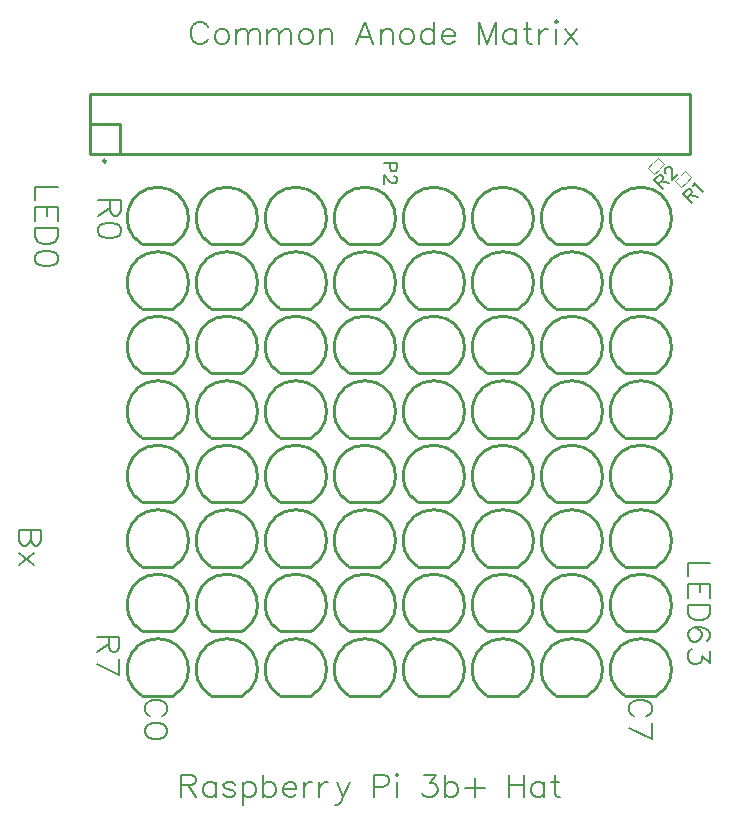
<source format=gto>
G04 Layer: TopSilkLayer*
G04 EasyEDA v6.4.17, 2021-03-31T14:38:32+03:00*
G04 f909ed13756343b98f462e3577095ce5,760a9ddc15c74e7bbd11e1bda961fd7a,10*
G04 Gerber Generator version 0.2*
G04 Scale: 100 percent, Rotated: No, Reflected: No *
G04 Dimensions in inches *
G04 leading zeros omitted , absolute positions ,3 integer and 6 decimal *
%FSLAX36Y36*%
%MOIN*%

%ADD10C,0.0100*%
%ADD17C,0.0039*%
%ADD18C,0.0080*%
%ADD19C,0.0060*%

%LPD*%
D18*
X1419499Y2487500D02*
G01*
X1415900Y2494800D01*
X1408599Y2502100D01*
X1401400Y2505700D01*
X1386800Y2505700D01*
X1379499Y2502100D01*
X1372299Y2494800D01*
X1368599Y2487500D01*
X1365000Y2476599D01*
X1365000Y2458499D01*
X1368599Y2447500D01*
X1372299Y2440300D01*
X1379499Y2433000D01*
X1386800Y2429400D01*
X1401400Y2429400D01*
X1408599Y2433000D01*
X1415900Y2440300D01*
X1419499Y2447500D01*
X1461700Y2480300D02*
G01*
X1454499Y2476599D01*
X1447200Y2469400D01*
X1443500Y2458499D01*
X1443500Y2451199D01*
X1447200Y2440300D01*
X1454499Y2433000D01*
X1461700Y2429400D01*
X1472600Y2429400D01*
X1479899Y2433000D01*
X1487200Y2440300D01*
X1490799Y2451199D01*
X1490799Y2458499D01*
X1487200Y2469400D01*
X1479899Y2476599D01*
X1472600Y2480300D01*
X1461700Y2480300D01*
X1514799Y2480300D02*
G01*
X1514799Y2429400D01*
X1514799Y2465700D02*
G01*
X1525699Y2476599D01*
X1533000Y2480300D01*
X1543900Y2480300D01*
X1551199Y2476599D01*
X1554799Y2465700D01*
X1554799Y2429400D01*
X1554799Y2465700D02*
G01*
X1565699Y2476599D01*
X1573000Y2480300D01*
X1583900Y2480300D01*
X1591199Y2476599D01*
X1594799Y2465700D01*
X1594799Y2429400D01*
X1618800Y2480300D02*
G01*
X1618800Y2429400D01*
X1618800Y2465700D02*
G01*
X1629700Y2476599D01*
X1636999Y2480300D01*
X1647899Y2480300D01*
X1655200Y2476599D01*
X1658800Y2465700D01*
X1658800Y2429400D01*
X1658800Y2465700D02*
G01*
X1669700Y2476599D01*
X1676999Y2480300D01*
X1687899Y2480300D01*
X1695200Y2476599D01*
X1698800Y2465700D01*
X1698800Y2429400D01*
X1741000Y2480300D02*
G01*
X1733699Y2476599D01*
X1726499Y2469400D01*
X1722799Y2458499D01*
X1722799Y2451199D01*
X1726499Y2440300D01*
X1733699Y2433000D01*
X1741000Y2429400D01*
X1751899Y2429400D01*
X1759200Y2433000D01*
X1766499Y2440300D01*
X1770100Y2451199D01*
X1770100Y2458499D01*
X1766499Y2469400D01*
X1759200Y2476599D01*
X1751899Y2480300D01*
X1741000Y2480300D01*
X1794099Y2480300D02*
G01*
X1794099Y2429400D01*
X1794099Y2465700D02*
G01*
X1805000Y2476599D01*
X1812299Y2480300D01*
X1823199Y2480300D01*
X1830500Y2476599D01*
X1834099Y2465700D01*
X1834099Y2429400D01*
X1943199Y2505700D02*
G01*
X1914099Y2429400D01*
X1943199Y2505700D02*
G01*
X1972299Y2429400D01*
X1925000Y2454800D02*
G01*
X1961400Y2454800D01*
X1996300Y2480300D02*
G01*
X1996300Y2429400D01*
X1996300Y2465700D02*
G01*
X2007200Y2476599D01*
X2014499Y2480300D01*
X2025399Y2480300D01*
X2032600Y2476599D01*
X2036300Y2465700D01*
X2036300Y2429400D01*
X2078500Y2480300D02*
G01*
X2071199Y2476599D01*
X2063900Y2469400D01*
X2060299Y2458499D01*
X2060299Y2451199D01*
X2063900Y2440300D01*
X2071199Y2433000D01*
X2078500Y2429400D01*
X2089399Y2429400D01*
X2096599Y2433000D01*
X2103900Y2440300D01*
X2107500Y2451199D01*
X2107500Y2458499D01*
X2103900Y2469400D01*
X2096599Y2476599D01*
X2089399Y2480300D01*
X2078500Y2480300D01*
X2175200Y2505700D02*
G01*
X2175200Y2429400D01*
X2175200Y2469400D02*
G01*
X2167899Y2476599D01*
X2160600Y2480300D01*
X2149700Y2480300D01*
X2142500Y2476599D01*
X2135200Y2469400D01*
X2131499Y2458499D01*
X2131499Y2451199D01*
X2135200Y2440300D01*
X2142500Y2433000D01*
X2149700Y2429400D01*
X2160600Y2429400D01*
X2167899Y2433000D01*
X2175200Y2440300D01*
X2199200Y2458499D02*
G01*
X2242799Y2458499D01*
X2242799Y2465700D01*
X2239200Y2473000D01*
X2235500Y2476599D01*
X2228299Y2480300D01*
X2217399Y2480300D01*
X2210100Y2476599D01*
X2202799Y2469400D01*
X2199200Y2458499D01*
X2199200Y2451199D01*
X2202799Y2440300D01*
X2210100Y2433000D01*
X2217399Y2429400D01*
X2228299Y2429400D01*
X2235500Y2433000D01*
X2242799Y2440300D01*
X2322799Y2505700D02*
G01*
X2322799Y2429400D01*
X2322799Y2505700D02*
G01*
X2351899Y2429400D01*
X2381000Y2505700D02*
G01*
X2351899Y2429400D01*
X2381000Y2505700D02*
G01*
X2381000Y2429400D01*
X2448599Y2480300D02*
G01*
X2448599Y2429400D01*
X2448599Y2469400D02*
G01*
X2441400Y2476599D01*
X2434099Y2480300D01*
X2423199Y2480300D01*
X2415900Y2476599D01*
X2408599Y2469400D01*
X2405000Y2458499D01*
X2405000Y2451199D01*
X2408599Y2440300D01*
X2415900Y2433000D01*
X2423199Y2429400D01*
X2434099Y2429400D01*
X2441400Y2433000D01*
X2448599Y2440300D01*
X2483500Y2505700D02*
G01*
X2483500Y2443899D01*
X2487200Y2433000D01*
X2494499Y2429400D01*
X2501700Y2429400D01*
X2472600Y2480300D02*
G01*
X2498100Y2480300D01*
X2525699Y2480300D02*
G01*
X2525699Y2429400D01*
X2525699Y2458499D02*
G01*
X2529399Y2469400D01*
X2536599Y2476599D01*
X2543900Y2480300D01*
X2554799Y2480300D01*
X2578800Y2505700D02*
G01*
X2582500Y2502100D01*
X2586099Y2505700D01*
X2582500Y2509400D01*
X2578800Y2505700D01*
X2582500Y2480300D02*
G01*
X2582500Y2429400D01*
X2610100Y2480300D02*
G01*
X2650100Y2429400D01*
X2650100Y2480300D02*
G01*
X2610100Y2429400D01*
X865699Y810000D02*
G01*
X789399Y810000D01*
X865699Y810000D02*
G01*
X865699Y777300D01*
X862100Y766399D01*
X858500Y762699D01*
X851199Y759099D01*
X843900Y759099D01*
X836599Y762699D01*
X833000Y766399D01*
X829399Y777300D01*
X829399Y810000D02*
G01*
X829399Y777300D01*
X825699Y766399D01*
X822100Y762699D01*
X814799Y759099D01*
X803900Y759099D01*
X796599Y762699D01*
X793000Y766399D01*
X789399Y777300D01*
X789399Y810000D01*
X840299Y735100D02*
G01*
X789399Y695100D01*
X840299Y695100D02*
G01*
X789399Y735100D01*
X1267500Y190500D02*
G01*
X1274799Y194099D01*
X1282100Y201399D01*
X1285699Y208600D01*
X1285699Y223200D01*
X1282100Y230500D01*
X1274799Y237699D01*
X1267500Y241399D01*
X1256599Y245000D01*
X1238500Y245000D01*
X1227500Y241399D01*
X1220299Y237699D01*
X1213000Y230500D01*
X1209399Y223200D01*
X1209399Y208600D01*
X1213000Y201399D01*
X1220299Y194099D01*
X1227500Y190500D01*
X1285699Y144600D02*
G01*
X1282100Y155500D01*
X1271199Y162800D01*
X1253000Y166500D01*
X1242100Y166500D01*
X1223900Y162800D01*
X1213000Y155500D01*
X1209399Y144600D01*
X1209399Y137399D01*
X1213000Y126500D01*
X1223900Y119200D01*
X1242100Y115500D01*
X1253000Y115500D01*
X1271199Y119200D01*
X1282100Y126500D01*
X1285699Y137399D01*
X1285699Y144600D01*
X2882500Y190500D02*
G01*
X2889799Y194099D01*
X2897100Y201399D01*
X2900699Y208600D01*
X2900699Y223200D01*
X2897100Y230500D01*
X2889799Y237699D01*
X2882500Y241399D01*
X2871599Y245000D01*
X2853500Y245000D01*
X2842500Y241399D01*
X2835299Y237699D01*
X2828000Y230500D01*
X2824399Y223200D01*
X2824399Y208600D01*
X2828000Y201399D01*
X2835299Y194099D01*
X2842500Y190500D01*
X2900699Y115500D02*
G01*
X2824399Y151900D01*
X2900699Y166500D02*
G01*
X2900699Y115500D01*
X1130699Y1910000D02*
G01*
X1054399Y1910000D01*
X1130699Y1910000D02*
G01*
X1130699Y1877300D01*
X1127100Y1866399D01*
X1123500Y1862699D01*
X1116199Y1859099D01*
X1108900Y1859099D01*
X1101599Y1862699D01*
X1098000Y1866399D01*
X1094399Y1877300D01*
X1094399Y1910000D01*
X1094399Y1884499D02*
G01*
X1054399Y1859099D01*
X1130699Y1813299D02*
G01*
X1127100Y1824200D01*
X1116199Y1831500D01*
X1098000Y1835100D01*
X1087100Y1835100D01*
X1068900Y1831500D01*
X1058000Y1824200D01*
X1054399Y1813299D01*
X1054399Y1805999D01*
X1058000Y1795100D01*
X1068900Y1787800D01*
X1087100Y1784200D01*
X1098000Y1784200D01*
X1116199Y1787800D01*
X1127100Y1795100D01*
X1130699Y1805999D01*
X1130699Y1813299D01*
X1125699Y455000D02*
G01*
X1049399Y455000D01*
X1125699Y455000D02*
G01*
X1125699Y422300D01*
X1122100Y411399D01*
X1118500Y407699D01*
X1111199Y404099D01*
X1103900Y404099D01*
X1096599Y407699D01*
X1093000Y411399D01*
X1089399Y422300D01*
X1089399Y455000D01*
X1089399Y429499D02*
G01*
X1049399Y404099D01*
X1125699Y329200D02*
G01*
X1049399Y365500D01*
X1125699Y380100D02*
G01*
X1125699Y329200D01*
X920699Y1955000D02*
G01*
X844399Y1955000D01*
X844399Y1955000D02*
G01*
X844399Y1911399D01*
X920699Y1887399D02*
G01*
X844399Y1887399D01*
X920699Y1887399D02*
G01*
X920699Y1840100D01*
X884399Y1887399D02*
G01*
X884399Y1858299D01*
X844399Y1887399D02*
G01*
X844399Y1840100D01*
X920699Y1816100D02*
G01*
X844399Y1816100D01*
X920699Y1816100D02*
G01*
X920699Y1790599D01*
X917100Y1779699D01*
X909799Y1772500D01*
X902500Y1768800D01*
X891599Y1765199D01*
X873500Y1765199D01*
X862500Y1768800D01*
X855299Y1772500D01*
X848000Y1779699D01*
X844399Y1790599D01*
X844399Y1816100D01*
X920699Y1719400D02*
G01*
X917100Y1730300D01*
X906199Y1737500D01*
X888000Y1741199D01*
X877100Y1741199D01*
X858900Y1737500D01*
X848000Y1730300D01*
X844399Y1719400D01*
X844399Y1712100D01*
X848000Y1701199D01*
X858900Y1693899D01*
X877100Y1690300D01*
X888000Y1690300D01*
X906199Y1693899D01*
X917100Y1701199D01*
X920699Y1712100D01*
X920699Y1719400D01*
X3095699Y700000D02*
G01*
X3019399Y700000D01*
X3019399Y700000D02*
G01*
X3019399Y656399D01*
X3095699Y632399D02*
G01*
X3019399Y632399D01*
X3095699Y632399D02*
G01*
X3095699Y585100D01*
X3059399Y632399D02*
G01*
X3059399Y603299D01*
X3019399Y632399D02*
G01*
X3019399Y585100D01*
X3095699Y561100D02*
G01*
X3019399Y561100D01*
X3095699Y561100D02*
G01*
X3095699Y535599D01*
X3092100Y524699D01*
X3084799Y517500D01*
X3077500Y513800D01*
X3066599Y510199D01*
X3048500Y510199D01*
X3037500Y513800D01*
X3030299Y517500D01*
X3023000Y524699D01*
X3019399Y535599D01*
X3019399Y561100D01*
X3084799Y442500D02*
G01*
X3092100Y446199D01*
X3095699Y457100D01*
X3095699Y464400D01*
X3092100Y475300D01*
X3081199Y482500D01*
X3063000Y486199D01*
X3044799Y486199D01*
X3030299Y482500D01*
X3023000Y475300D01*
X3019399Y464400D01*
X3019399Y460700D01*
X3023000Y449800D01*
X3030299Y442500D01*
X3041199Y438899D01*
X3044799Y438899D01*
X3055699Y442500D01*
X3063000Y449800D01*
X3066599Y460700D01*
X3066599Y464400D01*
X3063000Y475300D01*
X3055699Y482500D01*
X3044799Y486199D01*
X3095699Y407600D02*
G01*
X3095699Y367600D01*
X3066599Y389499D01*
X3066599Y378499D01*
X3063000Y371300D01*
X3059399Y367600D01*
X3048500Y364000D01*
X3041199Y364000D01*
X3030299Y367600D01*
X3023000Y374899D01*
X3019399Y385799D01*
X3019399Y396700D01*
X3023000Y407600D01*
X3026599Y411300D01*
X3033900Y414899D01*
X1330000Y-4299D02*
G01*
X1330000Y-80599D01*
X1330000Y-4299D02*
G01*
X1362700Y-4299D01*
X1373599Y-7899D01*
X1377299Y-11500D01*
X1380900Y-18800D01*
X1380900Y-26100D01*
X1377299Y-33400D01*
X1373599Y-36999D01*
X1362700Y-40599D01*
X1330000Y-40599D01*
X1355500Y-40599D02*
G01*
X1380900Y-80599D01*
X1448500Y-29699D02*
G01*
X1448500Y-80599D01*
X1448500Y-40599D02*
G01*
X1441300Y-33400D01*
X1433999Y-29699D01*
X1423100Y-29699D01*
X1415799Y-33400D01*
X1408500Y-40599D01*
X1404899Y-51500D01*
X1404899Y-58800D01*
X1408500Y-69699D01*
X1415799Y-76999D01*
X1423100Y-80599D01*
X1433999Y-80599D01*
X1441300Y-76999D01*
X1448500Y-69699D01*
X1512500Y-40599D02*
G01*
X1508900Y-33400D01*
X1498000Y-29699D01*
X1487100Y-29699D01*
X1476199Y-33400D01*
X1472500Y-40599D01*
X1476199Y-47899D01*
X1483500Y-51500D01*
X1501599Y-55199D01*
X1508900Y-58800D01*
X1512500Y-66100D01*
X1512500Y-69699D01*
X1508900Y-76999D01*
X1498000Y-80599D01*
X1487100Y-80599D01*
X1476199Y-76999D01*
X1472500Y-69699D01*
X1536499Y-29699D02*
G01*
X1536499Y-106100D01*
X1536499Y-40599D02*
G01*
X1543800Y-33400D01*
X1551099Y-29699D01*
X1561999Y-29699D01*
X1569300Y-33400D01*
X1576499Y-40599D01*
X1580200Y-51500D01*
X1580200Y-58800D01*
X1576499Y-69699D01*
X1569300Y-76999D01*
X1561999Y-80599D01*
X1551099Y-80599D01*
X1543800Y-76999D01*
X1536499Y-69699D01*
X1604200Y-4299D02*
G01*
X1604200Y-80599D01*
X1604200Y-40599D02*
G01*
X1611499Y-33400D01*
X1618699Y-29699D01*
X1629600Y-29699D01*
X1636899Y-33400D01*
X1644200Y-40599D01*
X1647799Y-51500D01*
X1647799Y-58800D01*
X1644200Y-69699D01*
X1636899Y-76999D01*
X1629600Y-80599D01*
X1618699Y-80599D01*
X1611499Y-76999D01*
X1604200Y-69699D01*
X1671800Y-51500D02*
G01*
X1715500Y-51500D01*
X1715500Y-44299D01*
X1711800Y-36999D01*
X1708199Y-33400D01*
X1700900Y-29699D01*
X1690000Y-29699D01*
X1682700Y-33400D01*
X1675500Y-40599D01*
X1671800Y-51500D01*
X1671800Y-58800D01*
X1675500Y-69699D01*
X1682700Y-76999D01*
X1690000Y-80599D01*
X1700900Y-80599D01*
X1708199Y-76999D01*
X1715500Y-69699D01*
X1739499Y-29699D02*
G01*
X1739499Y-80599D01*
X1739499Y-51500D02*
G01*
X1743100Y-40599D01*
X1750399Y-33400D01*
X1757600Y-29699D01*
X1768500Y-29699D01*
X1792500Y-29699D02*
G01*
X1792500Y-80599D01*
X1792500Y-51500D02*
G01*
X1796199Y-40599D01*
X1803500Y-33400D01*
X1810699Y-29699D01*
X1821599Y-29699D01*
X1849300Y-29699D02*
G01*
X1871099Y-80599D01*
X1892899Y-29699D02*
G01*
X1871099Y-80599D01*
X1863800Y-95199D01*
X1856499Y-102500D01*
X1849300Y-106100D01*
X1845600Y-106100D01*
X1972899Y-4299D02*
G01*
X1972899Y-80599D01*
X1972899Y-4299D02*
G01*
X2005600Y-4299D01*
X2016499Y-7899D01*
X2020200Y-11500D01*
X2023800Y-18800D01*
X2023800Y-29699D01*
X2020200Y-36999D01*
X2016499Y-40599D01*
X2005600Y-44299D01*
X1972899Y-44299D01*
X2047799Y-4299D02*
G01*
X2051499Y-7899D01*
X2055100Y-4299D01*
X2051499Y-599D01*
X2047799Y-4299D01*
X2051499Y-29699D02*
G01*
X2051499Y-80599D01*
X2142399Y-4299D02*
G01*
X2182399Y-4299D01*
X2160500Y-33400D01*
X2171499Y-33400D01*
X2178699Y-36999D01*
X2182399Y-40599D01*
X2186000Y-51500D01*
X2186000Y-58800D01*
X2182399Y-69699D01*
X2175100Y-76999D01*
X2164200Y-80599D01*
X2153299Y-80599D01*
X2142399Y-76999D01*
X2138699Y-73400D01*
X2135100Y-66100D01*
X2210000Y-4299D02*
G01*
X2210000Y-80599D01*
X2210000Y-40599D02*
G01*
X2217299Y-33400D01*
X2224499Y-29699D01*
X2235500Y-29699D01*
X2242700Y-33400D01*
X2250000Y-40599D01*
X2253599Y-51500D01*
X2253599Y-58800D01*
X2250000Y-69699D01*
X2242700Y-76999D01*
X2235500Y-80599D01*
X2224499Y-80599D01*
X2217299Y-76999D01*
X2210000Y-69699D01*
X2310399Y-15199D02*
G01*
X2310399Y-80599D01*
X2277600Y-47899D02*
G01*
X2343100Y-47899D01*
X2423100Y-4299D02*
G01*
X2423100Y-80599D01*
X2473999Y-4299D02*
G01*
X2473999Y-80599D01*
X2423100Y-40599D02*
G01*
X2473999Y-40599D01*
X2541599Y-29699D02*
G01*
X2541599Y-80599D01*
X2541599Y-40599D02*
G01*
X2534399Y-33400D01*
X2527100Y-29699D01*
X2516199Y-29699D01*
X2508900Y-33400D01*
X2501599Y-40599D01*
X2498000Y-51500D01*
X2498000Y-58800D01*
X2501599Y-69699D01*
X2508900Y-76999D01*
X2516199Y-80599D01*
X2527100Y-80599D01*
X2534399Y-76999D01*
X2541599Y-69699D01*
X2576499Y-4299D02*
G01*
X2576499Y-66100D01*
X2580200Y-76999D01*
X2587500Y-80599D01*
X2594700Y-80599D01*
X2565600Y-29699D02*
G01*
X2591099Y-29699D01*
D19*
X2050450Y2034949D02*
G01*
X2007449Y2034949D01*
X2050450Y2034949D02*
G01*
X2050450Y2016550D01*
X2048350Y2010450D01*
X2046350Y2008449D01*
X2042250Y2006350D01*
X2036049Y2006350D01*
X2031949Y2008449D01*
X2029949Y2010450D01*
X2027950Y2016550D01*
X2027950Y2034949D01*
X2040150Y1990850D02*
G01*
X2042250Y1990850D01*
X2046350Y1988750D01*
X2048350Y1986750D01*
X2050450Y1982649D01*
X2050450Y1974450D01*
X2048350Y1970349D01*
X2046350Y1968350D01*
X2042250Y1966250D01*
X2038149Y1966250D01*
X2034049Y1968350D01*
X2027950Y1972449D01*
X2007449Y1992849D01*
X2007449Y1964250D01*
X3002932Y1932138D02*
G01*
X3033266Y1901803D01*
X3002932Y1932138D02*
G01*
X3015942Y1945149D01*
X3021670Y1948047D01*
X3024570Y1947977D01*
X3028954Y1946563D01*
X3031853Y1943663D01*
X3033266Y1939279D01*
X3033266Y1936451D01*
X3030367Y1930724D01*
X3017357Y1917712D01*
X3027469Y1927824D02*
G01*
X3053490Y1922026D01*
X3038500Y1956109D02*
G01*
X3039913Y1960493D01*
X3039913Y1969119D01*
X3070249Y1938784D01*
X2907933Y1977138D02*
G01*
X2938266Y1946801D01*
X2907933Y1977138D02*
G01*
X2920942Y1990149D01*
X2926670Y1993047D01*
X2929570Y1992977D01*
X2933954Y1991563D01*
X2936853Y1988663D01*
X2938266Y1984279D01*
X2938266Y1981451D01*
X2935367Y1975724D01*
X2922357Y1962712D01*
X2932467Y1972824D02*
G01*
X2958491Y1967026D01*
X2946328Y2001109D02*
G01*
X2944913Y2002523D01*
X2943500Y2006907D01*
X2943428Y2009805D01*
X2944913Y2014119D01*
X2950712Y2019917D01*
X2955025Y2021403D01*
X2957924Y2021332D01*
X2962308Y2019917D01*
X2965208Y2017019D01*
X2966621Y2012635D01*
X2968037Y2005421D01*
X2968037Y1976572D01*
X2988260Y1996795D01*
D10*
X1026418Y2265630D02*
G01*
X1026418Y2065630D01*
X3026418Y2065630D01*
X3026418Y2265630D01*
X1026418Y2265630D01*
X1126418Y2165630D02*
G01*
X1026418Y2165630D01*
X1126418Y2065630D02*
G01*
X1126418Y2165630D01*
X1202359Y258649D02*
G01*
X1304719Y258649D01*
X1202359Y473649D02*
G01*
X1304719Y473649D01*
X1202359Y688649D02*
G01*
X1304719Y688649D01*
X1202359Y903649D02*
G01*
X1304719Y903649D01*
X1202359Y1763649D02*
G01*
X1304719Y1763649D01*
X1202359Y1548649D02*
G01*
X1304719Y1548649D01*
X1202359Y1333649D02*
G01*
X1304719Y1333649D01*
X1202359Y1118649D02*
G01*
X1304719Y1118649D01*
X1432359Y1118649D02*
G01*
X1534719Y1118649D01*
X1432359Y1333649D02*
G01*
X1534719Y1333649D01*
X1432359Y1548649D02*
G01*
X1534719Y1548649D01*
X1432359Y1763649D02*
G01*
X1534719Y1763649D01*
X1432359Y903649D02*
G01*
X1534719Y903649D01*
X1432359Y688649D02*
G01*
X1534719Y688649D01*
X1432359Y473649D02*
G01*
X1534719Y473649D01*
X1432359Y258649D02*
G01*
X1534719Y258649D01*
X1662359Y1118649D02*
G01*
X1764719Y1118649D01*
X1662359Y1333649D02*
G01*
X1764719Y1333649D01*
X1662359Y1548649D02*
G01*
X1764719Y1548649D01*
X1662359Y1763649D02*
G01*
X1764719Y1763649D01*
X1662359Y903649D02*
G01*
X1764719Y903649D01*
X1662359Y688649D02*
G01*
X1764719Y688649D01*
X1662359Y473649D02*
G01*
X1764719Y473649D01*
X1662359Y258649D02*
G01*
X1764719Y258649D01*
X2352359Y258649D02*
G01*
X2454719Y258649D01*
X2352359Y473649D02*
G01*
X2454719Y473649D01*
X2352359Y688649D02*
G01*
X2454719Y688649D01*
X2352359Y903649D02*
G01*
X2454719Y903649D01*
X2352359Y1763649D02*
G01*
X2454719Y1763649D01*
X2352359Y1548649D02*
G01*
X2454719Y1548649D01*
X2352359Y1333649D02*
G01*
X2454719Y1333649D01*
X2352359Y1118649D02*
G01*
X2454719Y1118649D01*
X2122359Y258649D02*
G01*
X2224719Y258649D01*
X2122359Y473649D02*
G01*
X2224719Y473649D01*
X2122359Y688649D02*
G01*
X2224719Y688649D01*
X2122359Y903649D02*
G01*
X2224719Y903649D01*
X2122359Y1763649D02*
G01*
X2224719Y1763649D01*
X2122359Y1548649D02*
G01*
X2224719Y1548649D01*
X2122359Y1333649D02*
G01*
X2224719Y1333649D01*
X2122359Y1118649D02*
G01*
X2224719Y1118649D01*
X1892359Y1118649D02*
G01*
X1994719Y1118649D01*
X1892359Y1333649D02*
G01*
X1994719Y1333649D01*
X1892359Y1548649D02*
G01*
X1994719Y1548649D01*
X1892359Y1763649D02*
G01*
X1994719Y1763649D01*
X1892359Y903649D02*
G01*
X1994719Y903649D01*
X1892359Y688649D02*
G01*
X1994719Y688649D01*
X1892359Y473649D02*
G01*
X1994719Y473649D01*
X1892359Y258649D02*
G01*
X1994719Y258649D01*
X2582359Y1118649D02*
G01*
X2684719Y1118649D01*
X2582359Y1333649D02*
G01*
X2684719Y1333649D01*
X2582359Y1548649D02*
G01*
X2684719Y1548649D01*
X2582359Y1763649D02*
G01*
X2684719Y1763649D01*
X2582359Y903649D02*
G01*
X2684719Y903649D01*
X2582359Y688649D02*
G01*
X2684719Y688649D01*
X2582359Y473649D02*
G01*
X2684719Y473649D01*
X2582359Y258649D02*
G01*
X2684719Y258649D01*
X2812359Y1118649D02*
G01*
X2914719Y1118649D01*
X2812359Y1333649D02*
G01*
X2914719Y1333649D01*
X2812359Y1548649D02*
G01*
X2914719Y1548649D01*
X2812359Y1763649D02*
G01*
X2914719Y1763649D01*
X2812359Y903649D02*
G01*
X2914719Y903649D01*
X2812359Y688649D02*
G01*
X2914719Y688649D01*
X2812359Y473649D02*
G01*
X2914719Y473649D01*
X2812359Y258649D02*
G01*
X2914719Y258649D01*
D17*
X2977718Y1973876D02*
G01*
X2991637Y1987795D01*
X2977718Y1973876D02*
G01*
X2998876Y1952717D01*
X2998876Y1952717D02*
G01*
X3012794Y1966637D01*
X3018362Y1972204D02*
G01*
X3032281Y1986123D01*
X3011124Y2007282D02*
G01*
X3032281Y1986123D01*
X2997205Y1993362D02*
G01*
X3011124Y2007282D01*
X2887718Y2018876D02*
G01*
X2901637Y2032795D01*
X2887718Y2018876D02*
G01*
X2908876Y1997717D01*
X2908876Y1997717D02*
G01*
X2922794Y2011637D01*
X2928362Y2017204D02*
G01*
X2942281Y2031123D01*
X2921124Y2052282D02*
G01*
X2942281Y2031123D01*
X2907205Y2038362D02*
G01*
X2921124Y2052282D01*
D10*
G75*
G01*
X1307940Y259760D02*
G03*
X1199140Y259760I-54400J86710D01*
G75*
G01*
X1307940Y474760D02*
G03*
X1199140Y474760I-54400J86710D01*
G75*
G01*
X1307940Y689760D02*
G03*
X1199140Y689760I-54400J86710D01*
G75*
G01*
X1307940Y904760D02*
G03*
X1199140Y904760I-54400J86710D01*
G75*
G01*
X1307940Y1764760D02*
G03*
X1199140Y1764760I-54400J86710D01*
G75*
G01*
X1307940Y1549760D02*
G03*
X1199140Y1549760I-54400J86710D01*
G75*
G01*
X1307940Y1334760D02*
G03*
X1199140Y1334760I-54400J86710D01*
G75*
G01*
X1307940Y1119760D02*
G03*
X1199140Y1119760I-54400J86710D01*
G75*
G01*
X1537940Y1119760D02*
G03*
X1429140Y1119760I-54400J86710D01*
G75*
G01*
X1537940Y1334760D02*
G03*
X1429140Y1334760I-54400J86710D01*
G75*
G01*
X1537940Y1549760D02*
G03*
X1429140Y1549760I-54400J86710D01*
G75*
G01*
X1537940Y1764760D02*
G03*
X1429140Y1764760I-54400J86710D01*
G75*
G01*
X1537940Y904760D02*
G03*
X1429140Y904760I-54400J86710D01*
G75*
G01*
X1537940Y689760D02*
G03*
X1429140Y689760I-54400J86710D01*
G75*
G01*
X1537940Y474760D02*
G03*
X1429140Y474760I-54400J86710D01*
G75*
G01*
X1537940Y259760D02*
G03*
X1429140Y259760I-54400J86710D01*
G75*
G01*
X1767940Y1119760D02*
G03*
X1659140Y1119760I-54400J86710D01*
G75*
G01*
X1767940Y1334760D02*
G03*
X1659140Y1334760I-54400J86710D01*
G75*
G01*
X1767940Y1549760D02*
G03*
X1659140Y1549760I-54400J86710D01*
G75*
G01*
X1767940Y1764760D02*
G03*
X1659140Y1764760I-54400J86710D01*
G75*
G01*
X1767940Y904760D02*
G03*
X1659140Y904760I-54400J86710D01*
G75*
G01*
X1767940Y689760D02*
G03*
X1659140Y689760I-54400J86710D01*
G75*
G01*
X1767940Y474760D02*
G03*
X1659140Y474760I-54400J86710D01*
G75*
G01*
X1767940Y259760D02*
G03*
X1659140Y259760I-54400J86710D01*
G75*
G01*
X2457940Y259760D02*
G03*
X2349140Y259760I-54400J86710D01*
G75*
G01*
X2457940Y474760D02*
G03*
X2349140Y474760I-54400J86710D01*
G75*
G01*
X2457940Y689760D02*
G03*
X2349140Y689760I-54400J86710D01*
G75*
G01*
X2457940Y904760D02*
G03*
X2349140Y904760I-54400J86710D01*
G75*
G01*
X2457940Y1764760D02*
G03*
X2349140Y1764760I-54400J86710D01*
G75*
G01*
X2457940Y1549760D02*
G03*
X2349140Y1549760I-54400J86710D01*
G75*
G01*
X2457940Y1334760D02*
G03*
X2349140Y1334760I-54400J86710D01*
G75*
G01*
X2457940Y1119760D02*
G03*
X2349140Y1119760I-54400J86710D01*
G75*
G01*
X2227940Y259760D02*
G03*
X2119140Y259760I-54400J86710D01*
G75*
G01*
X2227940Y474760D02*
G03*
X2119140Y474760I-54400J86710D01*
G75*
G01*
X2227940Y689760D02*
G03*
X2119140Y689760I-54400J86710D01*
G75*
G01*
X2227940Y904760D02*
G03*
X2119140Y904760I-54400J86710D01*
G75*
G01*
X2227940Y1764760D02*
G03*
X2119140Y1764760I-54400J86710D01*
G75*
G01*
X2227940Y1549760D02*
G03*
X2119140Y1549760I-54400J86710D01*
G75*
G01*
X2227940Y1334760D02*
G03*
X2119140Y1334760I-54400J86710D01*
G75*
G01*
X2227940Y1119760D02*
G03*
X2119140Y1119760I-54400J86710D01*
G75*
G01*
X1997940Y1119760D02*
G03*
X1889140Y1119760I-54400J86710D01*
G75*
G01*
X1997940Y1334760D02*
G03*
X1889140Y1334760I-54400J86710D01*
G75*
G01*
X1997940Y1549760D02*
G03*
X1889140Y1549760I-54400J86710D01*
G75*
G01*
X1997940Y1764760D02*
G03*
X1889140Y1764760I-54400J86710D01*
G75*
G01*
X1997940Y904760D02*
G03*
X1889140Y904760I-54400J86710D01*
G75*
G01*
X1997940Y689760D02*
G03*
X1889140Y689760I-54400J86710D01*
G75*
G01*
X1997940Y474760D02*
G03*
X1889140Y474760I-54400J86710D01*
G75*
G01*
X1997940Y259760D02*
G03*
X1889140Y259760I-54400J86710D01*
G75*
G01*
X2687940Y1119760D02*
G03*
X2579140Y1119760I-54400J86710D01*
G75*
G01*
X2687940Y1334760D02*
G03*
X2579140Y1334760I-54400J86710D01*
G75*
G01*
X2687940Y1549760D02*
G03*
X2579140Y1549760I-54400J86710D01*
G75*
G01*
X2687940Y1764760D02*
G03*
X2579140Y1764760I-54400J86710D01*
G75*
G01*
X2687940Y904760D02*
G03*
X2579140Y904760I-54400J86710D01*
G75*
G01*
X2687940Y689760D02*
G03*
X2579140Y689760I-54400J86710D01*
G75*
G01*
X2687940Y474760D02*
G03*
X2579140Y474760I-54400J86710D01*
G75*
G01*
X2687940Y259760D02*
G03*
X2579140Y259760I-54400J86710D01*
G75*
G01*
X2917940Y1119760D02*
G03*
X2809140Y1119760I-54400J86710D01*
G75*
G01*
X2917940Y1334760D02*
G03*
X2809140Y1334760I-54400J86710D01*
G75*
G01*
X2917940Y1549760D02*
G03*
X2809140Y1549760I-54400J86710D01*
G75*
G01*
X2917940Y1764760D02*
G03*
X2809140Y1764760I-54400J86710D01*
G75*
G01*
X2917940Y904760D02*
G03*
X2809140Y904760I-54400J86710D01*
G75*
G01*
X2917940Y689760D02*
G03*
X2809140Y689760I-54400J86710D01*
G75*
G01*
X2917940Y474760D02*
G03*
X2809140Y474760I-54400J86710D01*
G75*
G01*
X2917940Y259760D02*
G03*
X2809140Y259760I-54400J86710D01*
G75*
G01
X1081420Y2040630D02*
G03X1081420Y2040630I-5000J0D01*
M02*

</source>
